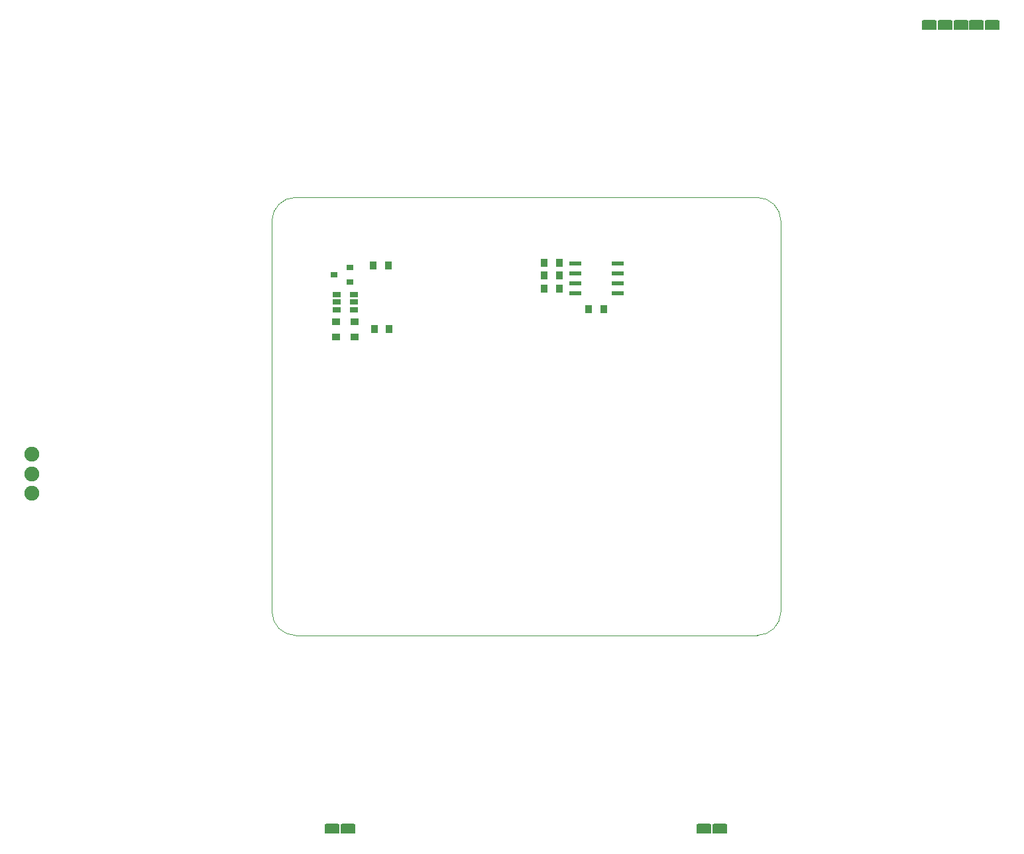
<source format=gbr>
G04 #@! TF.GenerationSoftware,KiCad,Pcbnew,9.0.4-9.0.4-0~ubuntu22.04.1*
G04 #@! TF.CreationDate,2025-09-06T14:27:50-05:00*
G04 #@! TF.ProjectId,Lab1_PCB,4c616231-5f50-4434-922e-6b696361645f,rev?*
G04 #@! TF.SameCoordinates,Original*
G04 #@! TF.FileFunction,Paste,Top*
G04 #@! TF.FilePolarity,Positive*
%FSLAX46Y46*%
G04 Gerber Fmt 4.6, Leading zero omitted, Abs format (unit mm)*
G04 Created by KiCad (PCBNEW 9.0.4-9.0.4-0~ubuntu22.04.1) date 2025-09-06 14:27:50*
%MOMM*%
%LPD*%
G01*
G04 APERTURE LIST*
G04 Aperture macros list*
%AMRoundRect*
0 Rectangle with rounded corners*
0 $1 Rounding radius*
0 $2 $3 $4 $5 $6 $7 $8 $9 X,Y pos of 4 corners*
0 Add a 4 corners polygon primitive as box body*
4,1,4,$2,$3,$4,$5,$6,$7,$8,$9,$2,$3,0*
0 Add four circle primitives for the rounded corners*
1,1,$1+$1,$2,$3*
1,1,$1+$1,$4,$5*
1,1,$1+$1,$6,$7*
1,1,$1+$1,$8,$9*
0 Add four rect primitives between the rounded corners*
20,1,$1+$1,$2,$3,$4,$5,0*
20,1,$1+$1,$4,$5,$6,$7,0*
20,1,$1+$1,$6,$7,$8,$9,0*
20,1,$1+$1,$8,$9,$2,$3,0*%
G04 Aperture macros list end*
%ADD10C,1.905000*%
%ADD11RoundRect,0.190500X-0.762000X-0.444500X0.762000X-0.444500X0.762000X0.444500X-0.762000X0.444500X0*%
%ADD12R,0.845000X1.000000*%
%ADD13R,1.550000X0.600000*%
%ADD14R,1.000000X0.845000*%
%ADD15R,1.060000X0.650000*%
%ADD16R,0.900000X0.800000*%
G04 #@! TA.AperFunction,Profile*
%ADD17C,0.100000*%
G04 #@! TD*
G04 APERTURE END LIST*
D10*
X27324655Y-95834655D03*
X27324655Y-90834655D03*
X27324655Y-93334655D03*
D11*
X148000000Y-36000000D03*
X150000000Y-36000000D03*
X146000000Y-36000000D03*
X144000000Y-36000000D03*
X142000000Y-36000000D03*
X113173267Y-138732155D03*
X115173267Y-138732155D03*
D12*
X71062155Y-74789655D03*
X72987155Y-74789655D03*
X70962155Y-66689655D03*
X72887155Y-66689655D03*
D13*
X102124655Y-70294655D03*
X102124655Y-69024655D03*
X102124655Y-67754655D03*
X102124655Y-66484655D03*
X96724655Y-66484655D03*
X96724655Y-67754655D03*
X96724655Y-69024655D03*
X96724655Y-70294655D03*
D12*
X92762155Y-66389655D03*
X94687155Y-66389655D03*
X98462155Y-72289655D03*
X100387155Y-72289655D03*
X92762155Y-69689655D03*
X94687155Y-69689655D03*
D14*
X66224655Y-73927155D03*
X66224655Y-75852155D03*
D11*
X65673267Y-138732155D03*
X67673267Y-138732155D03*
D15*
X66274655Y-70439655D03*
X66274655Y-71389655D03*
X66274655Y-72339655D03*
X68474655Y-72339655D03*
X68474655Y-71389655D03*
X68474655Y-70439655D03*
D14*
X68524655Y-73927155D03*
X68524655Y-75852155D03*
D12*
X92762155Y-67989655D03*
X94687155Y-67989655D03*
D16*
X67924655Y-68839655D03*
X67924655Y-66939655D03*
X65924655Y-67889655D03*
D17*
X122999995Y-111005236D02*
G75*
G02*
X120000000Y-113999945I-2999951J5247D01*
G01*
X61000000Y-114000000D02*
X120000000Y-114000000D01*
X120000000Y-58000000D02*
G75*
G02*
X123000033Y-61000000I44J-2999989D01*
G01*
X123000000Y-111000000D02*
X123000000Y-61000000D01*
X120000000Y-58000000D02*
X61000000Y-58000000D01*
X58000000Y-61000000D02*
X58000000Y-111000000D01*
X58000000Y-61000000D02*
G75*
G02*
X61000000Y-57999945I3000044J11D01*
G01*
X61000000Y-114000000D02*
G75*
G02*
X58000033Y-111000000I44J3000011D01*
G01*
M02*

</source>
